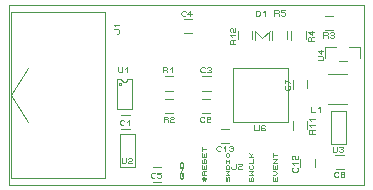
<source format=gbr>
G04 PROTEUS GERBER X2 FILE*
%TF.GenerationSoftware,Labcenter,Proteus,8.5-SP0-Build22067*%
%TF.CreationDate,2018-05-09T22:16:53+00:00*%
%TF.FileFunction,Legend,Top*%
%TF.FilePolarity,Positive*%
%TF.Part,Single*%
%FSLAX45Y45*%
%MOMM*%
G01*
%TA.AperFunction,Profile*%
%ADD28C,0.101600*%
%TA.AperFunction,Material*%
%ADD73C,0.101600*%
D28*
X-1490000Y-760000D02*
X+1510000Y-760000D01*
X+1510000Y+760000D01*
X-1490000Y+760000D01*
X-1490000Y-760000D01*
D73*
X-1480000Y+700000D02*
X-1480000Y-700000D01*
X-680000Y-700000D01*
X-680000Y+700000D01*
X-1480000Y+700000D01*
X-1480000Y+0D02*
X-1330000Y-230000D01*
X-1480000Y+0D02*
X-1330000Y+230000D01*
X-578740Y+519200D02*
X-571120Y+519200D01*
X-563500Y+525550D01*
X-563500Y+550950D01*
X-571120Y+557300D01*
X-609220Y+557300D01*
X-593980Y+582700D02*
X-609220Y+595400D01*
X-563500Y+595400D01*
X-583080Y+134960D02*
X-583080Y-115040D01*
X-580600Y-116300D02*
X-453600Y-116300D01*
X-453080Y-115040D02*
X-453080Y+134960D01*
X-543080Y+134960D02*
X-537299Y+120741D01*
X-523080Y+114960D01*
X-493080Y+134960D02*
X-498861Y+120741D01*
X-513080Y+114960D01*
X-493080Y+134960D02*
X-453080Y+134960D01*
X-543080Y+134960D02*
X-583080Y+134960D01*
X-523080Y+114960D02*
X-513080Y+114960D01*
X-543080Y+94960D02*
X-543115Y+95791D01*
X-543396Y+97455D01*
X-543986Y+99119D01*
X-544950Y+100783D01*
X-546425Y+102424D01*
X-548089Y+103625D01*
X-549753Y+104390D01*
X-551417Y+104821D01*
X-553080Y+104960D01*
X-563080Y+94960D02*
X-563045Y+95791D01*
X-562764Y+97455D01*
X-562174Y+99119D01*
X-561210Y+100783D01*
X-559735Y+102424D01*
X-558071Y+103625D01*
X-556407Y+104390D01*
X-554743Y+104821D01*
X-553080Y+104960D01*
X-563080Y+94960D02*
X-563045Y+94129D01*
X-562764Y+92465D01*
X-562174Y+90801D01*
X-561210Y+89137D01*
X-559735Y+87496D01*
X-558071Y+86295D01*
X-556407Y+85530D01*
X-554743Y+85099D01*
X-553080Y+84960D01*
X-543080Y+94960D02*
X-543115Y+94129D01*
X-543396Y+92465D01*
X-543986Y+90801D01*
X-544950Y+89137D01*
X-546425Y+87496D01*
X-548089Y+86295D01*
X-549753Y+85530D01*
X-551417Y+85099D01*
X-553080Y+84960D01*
X-571420Y+239100D02*
X-571420Y+201000D01*
X-565070Y+193380D01*
X-539670Y+193380D01*
X-533320Y+201000D01*
X-533320Y+239100D01*
X-507920Y+223860D02*
X-495220Y+239100D01*
X-495220Y+193380D01*
X-176340Y+158420D02*
X-107760Y+158420D01*
X-176340Y+36500D02*
X-105220Y+36500D01*
X-194120Y+191920D02*
X-194120Y+237640D01*
X-162370Y+237640D01*
X-156020Y+230020D01*
X-156020Y+222400D01*
X-162370Y+214780D01*
X-194120Y+214780D01*
X-162370Y+214780D02*
X-156020Y+207160D01*
X-156020Y+191920D01*
X-130620Y+222400D02*
X-117920Y+237640D01*
X-117920Y+191920D01*
X-176340Y-31580D02*
X-107760Y-31580D01*
X-176340Y-153500D02*
X-105220Y-153500D01*
X-184120Y-228080D02*
X-184120Y-182360D01*
X-152370Y-182360D01*
X-146020Y-189980D01*
X-146020Y-197600D01*
X-152370Y-205220D01*
X-184120Y-205220D01*
X-152370Y-205220D02*
X-146020Y-212840D01*
X-146020Y-228080D01*
X-126970Y-189980D02*
X-120620Y-182360D01*
X-101570Y-182360D01*
X-95220Y-189980D01*
X-95220Y-197600D01*
X-101570Y-205220D01*
X-120620Y-205220D01*
X-126970Y-212840D01*
X-126970Y-228080D01*
X-95220Y-228080D01*
X+140300Y-31580D02*
X+208880Y-31580D01*
X+140300Y-153500D02*
X+211420Y-153500D01*
X+160620Y-220460D02*
X+154270Y-228080D01*
X+135220Y-228080D01*
X+122520Y-212840D01*
X+122520Y-197600D01*
X+135220Y-182360D01*
X+154270Y-182360D01*
X+160620Y-189980D01*
X+179670Y-189980D02*
X+186020Y-182360D01*
X+205070Y-182360D01*
X+211420Y-189980D01*
X+211420Y-197600D01*
X+205070Y-205220D01*
X+186020Y-205220D01*
X+179670Y-212840D01*
X+179670Y-228080D01*
X+211420Y-228080D01*
X+143660Y+158420D02*
X+212240Y+158420D01*
X+143660Y+36500D02*
X+214780Y+36500D01*
X+163980Y+199540D02*
X+157630Y+191920D01*
X+138580Y+191920D01*
X+125880Y+207160D01*
X+125880Y+222400D01*
X+138580Y+237640D01*
X+157630Y+237640D01*
X+163980Y+230020D01*
X+183030Y+230020D02*
X+189380Y+237640D01*
X+208430Y+237640D01*
X+214780Y+230020D01*
X+214780Y+222400D01*
X+208430Y+214780D01*
X+214780Y+207160D01*
X+214780Y+199540D01*
X+208430Y+191920D01*
X+189380Y+191920D01*
X+183030Y+199540D01*
X+195730Y+214780D02*
X+208430Y+214780D01*
X+405000Y-230000D02*
X+865000Y-230000D01*
X+865000Y+230000D01*
X+405000Y+230000D01*
X+405000Y-230000D01*
X+584200Y-253500D02*
X+584200Y-291600D01*
X+590550Y-299220D01*
X+615950Y-299220D01*
X+622300Y-291600D01*
X+622300Y-253500D01*
X+673100Y-261120D02*
X+666750Y-253500D01*
X+647700Y-253500D01*
X+641350Y-261120D01*
X+641350Y-291600D01*
X+647700Y-299220D01*
X+666750Y-299220D01*
X+673100Y-291600D01*
X+673100Y-283980D01*
X+666750Y-276360D01*
X+641350Y-276360D01*
X-29520Y-684600D02*
X-29520Y-671900D01*
X-19360Y-671900D01*
X-19360Y-697300D01*
X-29520Y-710000D01*
X-39680Y-710000D01*
X-49840Y-697300D01*
X-49840Y-678250D01*
X-44760Y-671900D01*
X-19360Y-659200D02*
X-49840Y-659200D01*
X-19360Y-621100D01*
X-49840Y-621100D01*
X-19360Y-608400D02*
X-49840Y-608400D01*
X-49840Y-583000D01*
X-39680Y-570300D01*
X-29520Y-570300D01*
X-19360Y-583000D01*
X-19360Y-608400D01*
X+145240Y-691900D02*
X+145240Y-717300D01*
X+150320Y-723650D01*
X+155400Y-717300D01*
X+155400Y-698250D01*
X+160480Y-691900D01*
X+165560Y-698250D01*
X+165560Y-723650D01*
X+140160Y-710950D02*
X+170640Y-710950D01*
X+140160Y-704600D02*
X+170640Y-704600D01*
X+170640Y-679200D02*
X+140160Y-679200D01*
X+140160Y-647450D01*
X+145240Y-641100D01*
X+150320Y-641100D01*
X+155400Y-647450D01*
X+155400Y-679200D01*
X+155400Y-647450D02*
X+160480Y-641100D01*
X+170640Y-641100D01*
X+170640Y-590300D02*
X+170640Y-628400D01*
X+140160Y-628400D01*
X+140160Y-590300D01*
X+155400Y-628400D02*
X+155400Y-603000D01*
X+165560Y-577600D02*
X+170640Y-571250D01*
X+170640Y-545850D01*
X+165560Y-539500D01*
X+160480Y-539500D01*
X+155400Y-545850D01*
X+155400Y-571250D01*
X+150320Y-577600D01*
X+145240Y-577600D01*
X+140160Y-571250D01*
X+140160Y-545850D01*
X+145240Y-539500D01*
X+170640Y-488700D02*
X+170640Y-526800D01*
X+140160Y-526800D01*
X+140160Y-488700D01*
X+155400Y-526800D02*
X+155400Y-501400D01*
X+140160Y-476000D02*
X+140160Y-437900D01*
X+140160Y-456950D02*
X+170640Y-456950D01*
X+365560Y-730000D02*
X+370640Y-723650D01*
X+370640Y-698250D01*
X+365560Y-691900D01*
X+360480Y-691900D01*
X+355400Y-698250D01*
X+355400Y-723650D01*
X+350320Y-730000D01*
X+345240Y-730000D01*
X+340160Y-723650D01*
X+340160Y-698250D01*
X+345240Y-691900D01*
X+340160Y-679200D02*
X+370640Y-679200D01*
X+355400Y-660150D01*
X+370640Y-641100D01*
X+340160Y-641100D01*
X+370640Y-628400D02*
X+340160Y-628400D01*
X+340160Y-603000D01*
X+350320Y-590300D01*
X+360480Y-590300D01*
X+370640Y-603000D01*
X+370640Y-628400D01*
X+340160Y-571250D02*
X+340160Y-545850D01*
X+340160Y-558550D02*
X+370640Y-558550D01*
X+370640Y-571250D02*
X+370640Y-545850D01*
X+350320Y-526800D02*
X+340160Y-514100D01*
X+340160Y-501400D01*
X+350320Y-488700D01*
X+360480Y-488700D01*
X+370640Y-501400D01*
X+370640Y-514100D01*
X+360480Y-526800D01*
X+350320Y-526800D01*
X+565560Y-730000D02*
X+570640Y-723650D01*
X+570640Y-698250D01*
X+565560Y-691900D01*
X+560480Y-691900D01*
X+555400Y-698250D01*
X+555400Y-723650D01*
X+550320Y-730000D01*
X+545240Y-730000D01*
X+540160Y-723650D01*
X+540160Y-698250D01*
X+545240Y-691900D01*
X+540160Y-679200D02*
X+570640Y-679200D01*
X+555400Y-660150D01*
X+570640Y-641100D01*
X+540160Y-641100D01*
X+565560Y-590300D02*
X+570640Y-596650D01*
X+570640Y-615700D01*
X+560480Y-628400D01*
X+550320Y-628400D01*
X+540160Y-615700D01*
X+540160Y-596650D01*
X+545240Y-590300D01*
X+540160Y-577600D02*
X+570640Y-577600D01*
X+570640Y-539500D01*
X+540160Y-526800D02*
X+570640Y-526800D01*
X+540160Y-488700D02*
X+555400Y-507750D01*
X+570640Y-488700D01*
X+555400Y-526800D02*
X+555400Y-507750D01*
X+770640Y-691900D02*
X+770640Y-730000D01*
X+740160Y-730000D01*
X+740160Y-691900D01*
X+755400Y-730000D02*
X+755400Y-704600D01*
X+740160Y-679200D02*
X+755400Y-679200D01*
X+770640Y-660150D01*
X+755400Y-641100D01*
X+740160Y-641100D01*
X+770640Y-590300D02*
X+770640Y-628400D01*
X+740160Y-628400D01*
X+740160Y-590300D01*
X+755400Y-628400D02*
X+755400Y-603000D01*
X+770640Y-577600D02*
X+740160Y-577600D01*
X+770640Y-539500D01*
X+740160Y-539500D01*
X+740160Y-526800D02*
X+740160Y-488700D01*
X+740160Y-507750D02*
X+770640Y-507750D01*
X-473660Y-288420D02*
X-542240Y-288420D01*
X-473660Y-166500D02*
X-544780Y-166500D01*
X-519380Y-246840D02*
X-525730Y-254460D01*
X-544780Y-254460D01*
X-557480Y-239220D01*
X-557480Y-223980D01*
X-544780Y-208740D01*
X-525730Y-208740D01*
X-519380Y-216360D01*
X-493980Y-223980D02*
X-481280Y-208740D01*
X-481280Y-254460D01*
X-555390Y-607490D02*
X-428390Y-607490D01*
X-428390Y-328090D01*
X-555390Y-328090D01*
X-555390Y-607490D01*
X-541420Y-532050D02*
X-541420Y-570150D01*
X-535070Y-577770D01*
X-509670Y-577770D01*
X-503320Y-570150D01*
X-503320Y-532050D01*
X-484270Y-539670D02*
X-477920Y-532050D01*
X-458870Y-532050D01*
X-452520Y-539670D01*
X-452520Y-547290D01*
X-458870Y-554910D01*
X-477920Y-554910D01*
X-484270Y-562530D01*
X-484270Y-577770D01*
X-452520Y-577770D01*
X-276340Y-611580D02*
X-207760Y-611580D01*
X-276340Y-733500D02*
X-205220Y-733500D01*
X-256020Y-693640D02*
X-262370Y-701260D01*
X-281420Y-701260D01*
X-294120Y-686020D01*
X-294120Y-670780D01*
X-281420Y-655540D01*
X-262370Y-655540D01*
X-256020Y-663160D01*
X-205220Y-655540D02*
X-236970Y-655540D01*
X-236970Y-670780D01*
X-211570Y-670780D01*
X-205220Y-678400D01*
X-205220Y-693640D01*
X-211570Y-701260D01*
X-230620Y-701260D01*
X-236970Y-693640D01*
X+1339700Y-628420D02*
X+1271120Y-628420D01*
X+1339700Y-506500D02*
X+1268580Y-506500D01*
X+1293980Y-686840D02*
X+1287630Y-694460D01*
X+1268580Y-694460D01*
X+1255880Y-679220D01*
X+1255880Y-663980D01*
X+1268580Y-648740D01*
X+1287630Y-648740D01*
X+1293980Y-656360D01*
X+1344780Y-656360D02*
X+1338430Y-648740D01*
X+1319380Y-648740D01*
X+1313030Y-656360D01*
X+1313030Y-686840D01*
X+1319380Y-694460D01*
X+1338430Y-694460D01*
X+1344780Y-686840D01*
X+1344780Y-679220D01*
X+1338430Y-671600D01*
X+1313030Y-671600D01*
X+1232690Y-410970D02*
X+1359690Y-410970D01*
X+1359690Y-131570D01*
X+1232690Y-131570D01*
X+1232690Y-410970D01*
X+1246660Y-435530D02*
X+1246660Y-473630D01*
X+1253010Y-481250D01*
X+1278410Y-481250D01*
X+1284760Y-473630D01*
X+1284760Y-435530D01*
X+1303810Y-443150D02*
X+1310160Y-435530D01*
X+1329210Y-435530D01*
X+1335560Y-443150D01*
X+1335560Y-450770D01*
X+1329210Y-458390D01*
X+1335560Y-466010D01*
X+1335560Y-473630D01*
X+1329210Y-481250D01*
X+1310160Y-481250D01*
X+1303810Y-473630D01*
X+1316510Y-458390D02*
X+1329210Y-458390D01*
X+1474780Y+404440D02*
X+1385880Y+404440D01*
X+1368100Y+292680D02*
X+1296980Y+292680D01*
X+1474780Y+404440D02*
X+1474780Y+313000D01*
X+1185220Y+310460D02*
X+1185220Y+404440D01*
X+1271580Y+404440D01*
X+1119180Y+293950D02*
X+1157280Y+293950D01*
X+1164900Y+300300D01*
X+1164900Y+325700D01*
X+1157280Y+332050D01*
X+1119180Y+332050D01*
X+1149660Y+382850D02*
X+1149660Y+344750D01*
X+1119180Y+370150D01*
X+1164900Y+370150D01*
X+1363800Y-77000D02*
X+1203780Y-77000D01*
X+1363800Y+177000D02*
X+1203780Y+177000D01*
X+1061720Y-97320D02*
X+1061720Y-143040D01*
X+1099820Y-143040D01*
X+1125220Y-112560D02*
X+1137920Y-97320D01*
X+1137920Y-143040D01*
X+1028420Y+126340D02*
X+1028420Y+57760D01*
X+906500Y+126340D02*
X+906500Y+55220D01*
X+876840Y+80620D02*
X+884460Y+74270D01*
X+884460Y+55220D01*
X+869220Y+42520D01*
X+853980Y+42520D01*
X+838740Y+55220D01*
X+838740Y+74270D01*
X+846360Y+80620D01*
X+838740Y+99670D02*
X+838740Y+131420D01*
X+846360Y+131420D01*
X+884460Y+99670D01*
X+1249700Y+551580D02*
X+1181120Y+551580D01*
X+1249700Y+673500D02*
X+1178580Y+673500D01*
X+1165880Y+485540D02*
X+1165880Y+531260D01*
X+1197630Y+531260D01*
X+1203980Y+523640D01*
X+1203980Y+516020D01*
X+1197630Y+508400D01*
X+1165880Y+508400D01*
X+1197630Y+508400D02*
X+1203980Y+500780D01*
X+1203980Y+485540D01*
X+1223030Y+523640D02*
X+1229380Y+531260D01*
X+1248430Y+531260D01*
X+1254780Y+523640D01*
X+1254780Y+516020D01*
X+1248430Y+508400D01*
X+1254780Y+500780D01*
X+1254780Y+493160D01*
X+1248430Y+485540D01*
X+1229380Y+485540D01*
X+1223030Y+493160D01*
X+1235730Y+508400D02*
X+1248430Y+508400D01*
X+1018420Y+539700D02*
X+1018420Y+471120D01*
X+896500Y+539700D02*
X+896500Y+468580D01*
X+1084460Y+455880D02*
X+1038740Y+455880D01*
X+1038740Y+487630D01*
X+1046360Y+493980D01*
X+1053980Y+493980D01*
X+1061600Y+487630D01*
X+1061600Y+455880D01*
X+1061600Y+487630D02*
X+1069220Y+493980D01*
X+1084460Y+493980D01*
X+1069220Y+544780D02*
X+1069220Y+506680D01*
X+1038740Y+532080D01*
X+1084460Y+532080D01*
X+858420Y+539700D02*
X+858420Y+471120D01*
X+736500Y+539700D02*
X+736500Y+468580D01*
X+750800Y+673820D02*
X+750800Y+719540D01*
X+782550Y+719540D01*
X+788900Y+711920D01*
X+788900Y+704300D01*
X+782550Y+696680D01*
X+750800Y+696680D01*
X+782550Y+696680D02*
X+788900Y+689060D01*
X+788900Y+673820D01*
X+839700Y+719540D02*
X+807950Y+719540D01*
X+807950Y+704300D01*
X+833350Y+704300D01*
X+839700Y+696680D01*
X+839700Y+681440D01*
X+833350Y+673820D01*
X+814300Y+673820D01*
X+807950Y+681440D01*
X+370840Y-408420D02*
X+302260Y-408420D01*
X+370840Y-286500D02*
X+299720Y-286500D01*
X+299720Y-466840D02*
X+293370Y-474460D01*
X+274320Y-474460D01*
X+261620Y-459220D01*
X+261620Y-443980D01*
X+274320Y-428740D01*
X+293370Y-428740D01*
X+299720Y-436360D01*
X+325120Y-443980D02*
X+337820Y-428740D01*
X+337820Y-474460D01*
X+369570Y-436360D02*
X+375920Y-428740D01*
X+394970Y-428740D01*
X+401320Y-436360D01*
X+401320Y-443980D01*
X+394970Y-451600D01*
X+401320Y-459220D01*
X+401320Y-466840D01*
X+394970Y-474460D01*
X+375920Y-474460D01*
X+369570Y-466840D01*
X+382270Y-451600D02*
X+394970Y-451600D01*
X+713500Y+546500D02*
X+650000Y+483000D01*
X+586500Y+546500D01*
X+708420Y+536340D02*
X+708420Y+467760D01*
X+586500Y+536340D02*
X+586500Y+465220D01*
X+595880Y+670460D02*
X+595880Y+716180D01*
X+621280Y+716180D01*
X+633980Y+700940D01*
X+633980Y+685700D01*
X+621280Y+670460D01*
X+595880Y+670460D01*
X+659380Y+700940D02*
X+672080Y+716180D01*
X+672080Y+670460D01*
X+441580Y+473660D02*
X+441580Y+542240D01*
X+563500Y+473660D02*
X+563500Y+544780D01*
X+421260Y+430480D02*
X+375540Y+430480D01*
X+375540Y+462230D01*
X+383160Y+468580D01*
X+390780Y+468580D01*
X+398400Y+462230D01*
X+398400Y+430480D01*
X+398400Y+462230D02*
X+406020Y+468580D01*
X+421260Y+468580D01*
X+390780Y+493980D02*
X+375540Y+506680D01*
X+421260Y+506680D01*
X+383160Y+538430D02*
X+375540Y+544780D01*
X+375540Y+563830D01*
X+383160Y+570180D01*
X+390780Y+570180D01*
X+398400Y+563830D01*
X+398400Y+544780D01*
X+406020Y+538430D01*
X+421260Y+538430D01*
X+421260Y+570180D01*
X-16340Y+648420D02*
X+52240Y+648420D01*
X-16340Y+526500D02*
X+54780Y+526500D01*
X+3980Y+676360D02*
X-2370Y+668740D01*
X-21420Y+668740D01*
X-34120Y+683980D01*
X-34120Y+699220D01*
X-21420Y+714460D01*
X-2370Y+714460D01*
X+3980Y+706840D01*
X+54780Y+683980D02*
X+16680Y+683980D01*
X+42080Y+714460D01*
X+42080Y+668740D01*
X+971580Y-609700D02*
X+971580Y-541120D01*
X+1093500Y-609700D02*
X+1093500Y-538580D01*
X+943640Y-614780D02*
X+951260Y-621130D01*
X+951260Y-640180D01*
X+936020Y-652880D01*
X+920780Y-652880D01*
X+905540Y-640180D01*
X+905540Y-621130D01*
X+913160Y-614780D01*
X+920780Y-589380D02*
X+905540Y-576680D01*
X+951260Y-576680D01*
X+913160Y-544930D02*
X+905540Y-538580D01*
X+905540Y-519530D01*
X+913160Y-513180D01*
X+920780Y-513180D01*
X+928400Y-519530D01*
X+928400Y-538580D01*
X+936020Y-544930D01*
X+951260Y-544930D01*
X+951260Y-513180D01*
X+1028420Y-220300D02*
X+1028420Y-288880D01*
X+906500Y-220300D02*
X+906500Y-291420D01*
X+1094460Y-329520D02*
X+1048740Y-329520D01*
X+1048740Y-297770D01*
X+1056360Y-291420D01*
X+1063980Y-291420D01*
X+1071600Y-297770D01*
X+1071600Y-329520D01*
X+1071600Y-297770D02*
X+1079220Y-291420D01*
X+1094460Y-291420D01*
X+1063980Y-266020D02*
X+1048740Y-253320D01*
X+1094460Y-253320D01*
X+1063980Y-215220D02*
X+1048740Y-202520D01*
X+1094460Y-202520D01*
X+389200Y-609520D02*
X+389200Y-617140D01*
X+395550Y-624760D01*
X+420950Y-624760D01*
X+427300Y-617140D01*
X+427300Y-579040D01*
X+446350Y-586660D02*
X+452700Y-579040D01*
X+471750Y-579040D01*
X+478100Y-586660D01*
X+478100Y-594280D01*
X+471750Y-601900D01*
X+452700Y-601900D01*
X+446350Y-609520D01*
X+446350Y-624760D01*
X+478100Y-624760D01*
M02*

</source>
